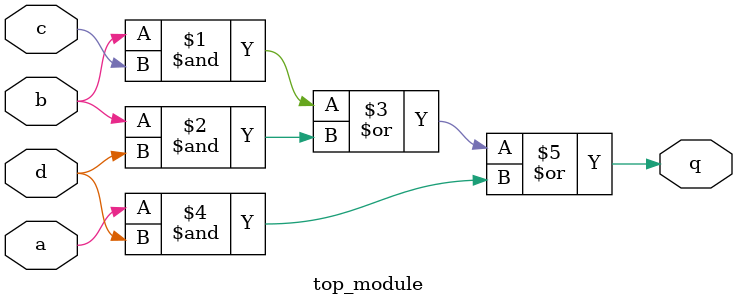
<source format=sv>
module top_module (
    input a, 
    input b, 
    input c, 
    input d,
    output q
);
    assign q = (b & c) | (b & d) | (a & d);
endmodule

</source>
